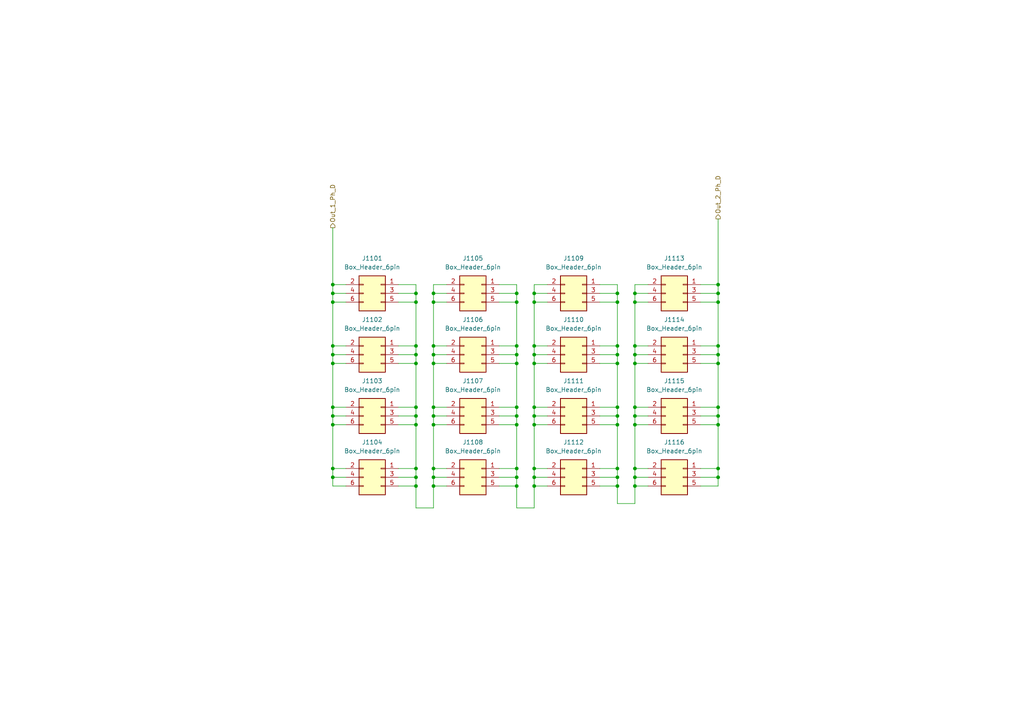
<source format=kicad_sch>
(kicad_sch (version 20250114) (generator "eeschema") (generator_version "9.0")
  (paper "A4")
  (lib_symbols
    (symbol "MYLIB_Misc:Box_Header_6pin" (pin_names (hide yes))
      (property "Reference" "J" (at 0 8.89 0))
      (property "Value" "Box_Header_6pin" (at 0 6.858 0))
      (symbol "Box_Header_6pin_1_1"
        (rectangle (start -3.81 5.08) (end 3.81 -5.08) (stroke (width 0.254)) (fill (type background)))
        (rectangle (start -3.81 2.667) (end -2.54 2.413) (stroke (width 0.1524)))
        (rectangle (start -3.81 0.127) (end -2.54 -0.127) (stroke (width 0.1524)))
        (rectangle (start -3.81 -2.413) (end -2.54 -2.667) (stroke (width 0.1524)))
        (rectangle (start 3.81 2.667) (end 2.54 2.413) (stroke (width 0.1524)))
        (rectangle (start 3.81 0.127) (end 2.54 -0.127) (stroke (width 0.1524)))
        (rectangle (start 3.81 -2.413) (end 2.54 -2.667) (stroke (width 0.1524)))
        (pin passive line (at -7.62 2.54 0) (length 3.81) (name "Pin_1") (number "1"))
        (pin passive line (at -7.62 0 0) (length 3.81) (name "Pin_3") (number "3"))
        (pin passive line (at -7.62 -2.54 0) (length 3.81) (name "Pin_5") (number "5"))
        (pin passive line (at 7.62 2.54 180) (length 3.81) (name "Pin_2") (number "2"))
        (pin passive line (at 7.62 0 180) (length 3.81) (name "Pin_4") (number "4"))
        (pin passive line (at 7.62 -2.54 180) (length 3.81) (name "Pin_6") (number "6"))
      )
    )
  )
  (junction (at 179.07 100.33))
  (junction (at 208.28 123.19))
  (junction (at 149.86 87.63))
  (junction (at 149.86 118.11))
  (junction (at 154.94 120.65))
  (junction (at 154.94 123.19))
  (junction (at 96.52 105.41))
  (junction (at 184.15 118.11))
  (junction (at 208.28 105.41))
  (junction (at 125.73 135.89))
  (junction (at 96.52 120.65))
  (junction (at 125.73 120.65))
  (junction (at 120.65 85.09))
  (junction (at 184.15 105.41))
  (junction (at 125.73 100.33))
  (junction (at 184.15 102.87))
  (junction (at 120.65 140.97))
  (junction (at 149.86 85.09))
  (junction (at 184.15 100.33))
  (junction (at 149.86 100.33))
  (junction (at 120.65 135.89))
  (junction (at 96.52 135.89))
  (junction (at 154.94 105.41))
  (junction (at 120.65 105.41))
  (junction (at 125.73 85.09))
  (junction (at 179.07 85.09))
  (junction (at 120.65 100.33))
  (junction (at 149.86 135.89))
  (junction (at 179.07 138.43))
  (junction (at 96.52 82.55))
  (junction (at 96.52 85.09))
  (junction (at 120.65 102.87))
  (junction (at 120.65 87.63))
  (junction (at 184.15 120.65))
  (junction (at 208.28 118.11))
  (junction (at 96.52 87.63))
  (junction (at 208.28 135.89))
  (junction (at 149.86 102.87))
  (junction (at 125.73 105.41))
  (junction (at 154.94 138.43))
  (junction (at 125.73 138.43))
  (junction (at 208.28 85.09))
  (junction (at 125.73 102.87))
  (junction (at 208.28 120.65))
  (junction (at 149.86 105.41))
  (junction (at 154.94 87.63))
  (junction (at 179.07 118.11))
  (junction (at 120.65 123.19))
  (junction (at 179.07 135.89))
  (junction (at 96.52 100.33))
  (junction (at 208.28 82.55))
  (junction (at 179.07 120.65))
  (junction (at 208.28 138.43))
  (junction (at 208.28 100.33))
  (junction (at 96.52 102.87))
  (junction (at 96.52 123.19))
  (junction (at 120.65 120.65))
  (junction (at 154.94 140.97))
  (junction (at 208.28 102.87))
  (junction (at 179.07 102.87))
  (junction (at 208.28 87.63))
  (junction (at 149.86 138.43))
  (junction (at 125.73 123.19))
  (junction (at 149.86 140.97))
  (junction (at 179.07 105.41))
  (junction (at 184.15 85.09))
  (junction (at 179.07 140.97))
  (junction (at 96.52 118.11))
  (junction (at 125.73 118.11))
  (junction (at 120.65 138.43))
  (junction (at 179.07 87.63))
  (junction (at 184.15 87.63))
  (junction (at 154.94 102.87))
  (junction (at 125.73 140.97))
  (junction (at 96.52 138.43))
  (junction (at 154.94 100.33))
  (junction (at 184.15 135.89))
  (junction (at 154.94 85.09))
  (junction (at 154.94 135.89))
  (junction (at 179.07 123.19))
  (junction (at 125.73 87.63))
  (junction (at 184.15 138.43))
  (junction (at 184.15 140.97))
  (junction (at 120.65 118.11))
  (junction (at 184.15 123.19))
  (junction (at 154.94 118.11))
  (junction (at 149.86 123.19))
  (junction (at 149.86 120.65))
  (wire (pts (xy 203.2 87.63) (xy 208.28 87.63)))
  (wire (pts (xy 184.15 82.55) (xy 187.96 82.55)))
  (wire (pts (xy 184.15 138.43) (xy 187.96 138.43)))
  (wire (pts (xy 149.86 123.19) (xy 149.86 135.89)))
  (wire (pts (xy 120.65 102.87) (xy 120.65 105.41)))
  (wire (pts (xy 96.52 100.33) (xy 96.52 87.63)))
  (wire (pts (xy 96.52 118.11) (xy 96.52 105.41)))
  (wire (pts (xy 208.28 82.55) (xy 203.2 82.55)))
  (wire (pts (xy 187.96 120.65) (xy 184.15 120.65)))
  (wire (pts (xy 187.96 135.89) (xy 184.15 135.89)))
  (wire (pts (xy 154.94 140.97) (xy 154.94 147.32)))
  (wire (pts (xy 184.15 138.43) (xy 184.15 140.97)))
  (wire (pts (xy 96.52 102.87) (xy 96.52 100.33)))
  (wire (pts (xy 96.52 118.11) (xy 96.52 120.65)))
  (wire (pts (xy 96.52 66.04) (xy 96.52 82.55)))
  (wire (pts (xy 149.86 85.09) (xy 149.86 82.55)))
  (wire (pts (xy 184.15 85.09) (xy 184.15 87.63)))
  (wire (pts (xy 184.15 135.89) (xy 184.15 138.43)))
  (wire (pts (xy 179.07 146.05) (xy 184.15 146.05)))
  (wire (pts (xy 115.57 138.43) (xy 120.65 138.43)))
  (wire (pts (xy 173.99 100.33) (xy 179.07 100.33)))
  (wire (pts (xy 100.33 102.87) (xy 96.52 102.87)))
  (wire (pts (xy 184.15 118.11) (xy 184.15 120.65)))
  (wire (pts (xy 173.99 135.89) (xy 179.07 135.89)))
  (wire (pts (xy 129.54 85.09) (xy 125.73 85.09)))
  (wire (pts (xy 158.75 85.09) (xy 154.94 85.09)))
  (wire (pts (xy 125.73 105.41) (xy 125.73 102.87)))
  (wire (pts (xy 184.15 105.41) (xy 184.15 102.87)))
  (wire (pts (xy 149.86 140.97) (xy 149.86 147.32)))
  (wire (pts (xy 125.73 135.89) (xy 125.73 138.43)))
  (wire (pts (xy 144.78 123.19) (xy 149.86 123.19)))
  (wire (pts (xy 187.96 85.09) (xy 184.15 85.09)))
  (wire (pts (xy 96.52 120.65) (xy 96.52 123.19)))
  (wire (pts (xy 203.2 105.41) (xy 208.28 105.41)))
  (wire (pts (xy 144.78 135.89) (xy 149.86 135.89)))
  (wire (pts (xy 154.94 120.65) (xy 154.94 123.19)))
  (wire (pts (xy 96.52 105.41) (xy 96.52 102.87)))
  (wire (pts (xy 125.73 118.11) (xy 125.73 105.41)))
  (wire (pts (xy 158.75 140.97) (xy 154.94 140.97)))
  (wire (pts (xy 203.2 140.97) (xy 208.28 140.97)))
  (wire (pts (xy 149.86 87.63) (xy 149.86 100.33)))
  (wire (pts (xy 154.94 100.33) (xy 154.94 87.63)))
  (wire (pts (xy 115.57 135.89) (xy 120.65 135.89)))
  (wire (pts (xy 179.07 138.43) (xy 179.07 140.97)))
  (wire (pts (xy 203.2 102.87) (xy 208.28 102.87)))
  (wire (pts (xy 100.33 105.41) (xy 96.52 105.41)))
  (wire (pts (xy 149.86 100.33) (xy 149.86 102.87)))
  (wire (pts (xy 144.78 105.41) (xy 149.86 105.41)))
  (wire (pts (xy 125.73 140.97) (xy 125.73 147.32)))
  (wire (pts (xy 96.52 135.89) (xy 96.52 138.43)))
  (wire (pts (xy 154.94 105.41) (xy 154.94 102.87)))
  (wire (pts (xy 173.99 120.65) (xy 179.07 120.65)))
  (wire (pts (xy 149.86 138.43) (xy 149.86 140.97)))
  (wire (pts (xy 129.54 135.89) (xy 125.73 135.89)))
  (wire (pts (xy 154.94 85.09) (xy 154.94 87.63)))
  (wire (pts (xy 96.52 138.43) (xy 96.52 140.97)))
  (wire (pts (xy 125.73 138.43) (xy 125.73 140.97)))
  (wire (pts (xy 149.86 118.11) (xy 149.86 120.65)))
  (wire (pts (xy 120.65 118.11) (xy 120.65 105.41)))
  (wire (pts (xy 129.54 87.63) (xy 125.73 87.63)))
  (wire (pts (xy 149.86 118.11) (xy 149.86 105.41)))
  (wire (pts (xy 120.65 147.32) (xy 125.73 147.32)))
  (wire (pts (xy 203.2 123.19) (xy 208.28 123.19)))
  (wire (pts (xy 154.94 118.11) (xy 154.94 120.65)))
  (wire (pts (xy 179.07 123.19) (xy 179.07 135.89)))
  (wire (pts (xy 184.15 118.11) (xy 184.15 105.41)))
  (wire (pts (xy 129.54 102.87) (xy 125.73 102.87)))
  (wire (pts (xy 203.2 85.09) (xy 208.28 85.09)))
  (wire (pts (xy 208.28 118.11) (xy 208.28 120.65)))
  (wire (pts (xy 129.54 123.19) (xy 125.73 123.19)))
  (wire (pts (xy 179.07 135.89) (xy 179.07 138.43)))
  (wire (pts (xy 129.54 105.41) (xy 125.73 105.41)))
  (wire (pts (xy 173.99 140.97) (xy 179.07 140.97)))
  (wire (pts (xy 129.54 118.11) (xy 125.73 118.11)))
  (wire (pts (xy 173.99 118.11) (xy 179.07 118.11)))
  (wire (pts (xy 208.28 100.33) (xy 208.28 102.87)))
  (wire (pts (xy 208.28 120.65) (xy 208.28 123.19)))
  (wire (pts (xy 120.65 120.65) (xy 120.65 123.19)))
  (wire (pts (xy 158.75 100.33) (xy 154.94 100.33)))
  (wire (pts (xy 125.73 102.87) (xy 125.73 100.33)))
  (wire (pts (xy 144.78 140.97) (xy 149.86 140.97)))
  (wire (pts (xy 179.07 120.65) (xy 179.07 123.19)))
  (wire (pts (xy 100.33 100.33) (xy 96.52 100.33)))
  (wire (pts (xy 100.33 120.65) (xy 96.52 120.65)))
  (wire (pts (xy 115.57 140.97) (xy 120.65 140.97)))
  (wire (pts (xy 179.07 85.09) (xy 179.07 82.55)))
  (wire (pts (xy 144.78 118.11) (xy 149.86 118.11)))
  (wire (pts (xy 149.86 82.55) (xy 144.78 82.55)))
  (wire (pts (xy 187.96 105.41) (xy 184.15 105.41)))
  (wire (pts (xy 96.52 85.09) (xy 96.52 87.63)))
  (wire (pts (xy 149.86 147.32) (xy 154.94 147.32)))
  (wire (pts (xy 184.15 146.05) (xy 184.15 140.97)))
  (wire (pts (xy 173.99 105.41) (xy 179.07 105.41)))
  (wire (pts (xy 125.73 118.11) (xy 125.73 120.65)))
  (wire (pts (xy 184.15 120.65) (xy 184.15 123.19)))
  (wire (pts (xy 184.15 135.89) (xy 184.15 123.19)))
  (wire (pts (xy 208.28 63.5) (xy 208.28 82.55)))
  (wire (pts (xy 173.99 85.09) (xy 179.07 85.09)))
  (wire (pts (xy 179.07 140.97) (xy 179.07 146.05)))
  (wire (pts (xy 115.57 118.11) (xy 120.65 118.11)))
  (wire (pts (xy 179.07 87.63) (xy 179.07 100.33)))
  (wire (pts (xy 149.86 85.09) (xy 149.86 87.63)))
  (wire (pts (xy 203.2 138.43) (xy 208.28 138.43)))
  (wire (pts (xy 129.54 120.65) (xy 125.73 120.65)))
  (wire (pts (xy 179.07 100.33) (xy 179.07 102.87)))
  (wire (pts (xy 158.75 135.89) (xy 154.94 135.89)))
  (wire (pts (xy 208.28 85.09) (xy 208.28 87.63)))
  (wire (pts (xy 187.96 140.97) (xy 184.15 140.97)))
  (wire (pts (xy 120.65 135.89) (xy 120.65 138.43)))
  (wire (pts (xy 115.57 85.09) (xy 120.65 85.09)))
  (wire (pts (xy 203.2 135.89) (xy 208.28 135.89)))
  (wire (pts (xy 179.07 102.87) (xy 179.07 105.41)))
  (wire (pts (xy 125.73 100.33) (xy 125.73 87.63)))
  (wire (pts (xy 144.78 120.65) (xy 149.86 120.65)))
  (wire (pts (xy 115.57 105.41) (xy 120.65 105.41)))
  (wire (pts (xy 96.52 138.43) (xy 100.33 138.43)))
  (wire (pts (xy 154.94 138.43) (xy 154.94 140.97)))
  (wire (pts (xy 115.57 120.65) (xy 120.65 120.65)))
  (wire (pts (xy 144.78 102.87) (xy 149.86 102.87)))
  (wire (pts (xy 208.28 138.43) (xy 208.28 140.97)))
  (wire (pts (xy 173.99 123.19) (xy 179.07 123.19)))
  (wire (pts (xy 100.33 135.89) (xy 96.52 135.89)))
  (wire (pts (xy 179.07 118.11) (xy 179.07 105.41)))
  (wire (pts (xy 208.28 87.63) (xy 208.28 100.33)))
  (wire (pts (xy 208.28 118.11) (xy 208.28 105.41)))
  (wire (pts (xy 125.73 135.89) (xy 125.73 123.19)))
  (wire (pts (xy 120.65 85.09) (xy 120.65 82.55)))
  (wire (pts (xy 120.65 118.11) (xy 120.65 120.65)))
  (wire (pts (xy 154.94 135.89) (xy 154.94 138.43)))
  (wire (pts (xy 149.86 102.87) (xy 149.86 105.41)))
  (wire (pts (xy 96.52 82.55) (xy 100.33 82.55)))
  (wire (pts (xy 115.57 102.87) (xy 120.65 102.87)))
  (wire (pts (xy 125.73 120.65) (xy 125.73 123.19)))
  (wire (pts (xy 129.54 140.97) (xy 125.73 140.97)))
  (wire (pts (xy 96.52 82.55) (xy 96.52 85.09)))
  (wire (pts (xy 120.65 100.33) (xy 120.65 102.87)))
  (wire (pts (xy 187.96 100.33) (xy 184.15 100.33)))
  (wire (pts (xy 100.33 85.09) (xy 96.52 85.09)))
  (wire (pts (xy 158.75 105.41) (xy 154.94 105.41)))
  (wire (pts (xy 173.99 138.43) (xy 179.07 138.43)))
  (wire (pts (xy 120.65 82.55) (xy 115.57 82.55)))
  (wire (pts (xy 158.75 123.19) (xy 154.94 123.19)))
  (wire (pts (xy 144.78 85.09) (xy 149.86 85.09)))
  (wire (pts (xy 203.2 118.11) (xy 208.28 118.11)))
  (wire (pts (xy 187.96 87.63) (xy 184.15 87.63)))
  (wire (pts (xy 208.28 85.09) (xy 208.28 82.55)))
  (wire (pts (xy 115.57 100.33) (xy 120.65 100.33)))
  (wire (pts (xy 115.57 123.19) (xy 120.65 123.19)))
  (wire (pts (xy 158.75 102.87) (xy 154.94 102.87)))
  (wire (pts (xy 120.65 138.43) (xy 120.65 140.97)))
  (wire (pts (xy 96.52 135.89) (xy 96.52 123.19)))
  (wire (pts (xy 208.28 123.19) (xy 208.28 135.89)))
  (wire (pts (xy 129.54 100.33) (xy 125.73 100.33)))
  (wire (pts (xy 203.2 100.33) (xy 208.28 100.33)))
  (wire (pts (xy 154.94 82.55) (xy 158.75 82.55)))
  (wire (pts (xy 208.28 135.89) (xy 208.28 138.43)))
  (wire (pts (xy 184.15 100.33) (xy 184.15 87.63)))
  (wire (pts (xy 203.2 120.65) (xy 208.28 120.65)))
  (wire (pts (xy 184.15 82.55) (xy 184.15 85.09)))
  (wire (pts (xy 179.07 82.55) (xy 173.99 82.55)))
  (wire (pts (xy 173.99 87.63) (xy 179.07 87.63)))
  (wire (pts (xy 120.65 123.19) (xy 120.65 135.89)))
  (wire (pts (xy 115.57 87.63) (xy 120.65 87.63)))
  (wire (pts (xy 158.75 118.11) (xy 154.94 118.11)))
  (wire (pts (xy 208.28 102.87) (xy 208.28 105.41)))
  (wire (pts (xy 144.78 100.33) (xy 149.86 100.33)))
  (wire (pts (xy 158.75 120.65) (xy 154.94 120.65)))
  (wire (pts (xy 125.73 82.55) (xy 129.54 82.55)))
  (wire (pts (xy 120.65 140.97) (xy 120.65 147.32)))
  (wire (pts (xy 187.96 102.87) (xy 184.15 102.87)))
  (wire (pts (xy 154.94 135.89) (xy 154.94 123.19)))
  (wire (pts (xy 100.33 87.63) (xy 96.52 87.63)))
  (wire (pts (xy 184.15 102.87) (xy 184.15 100.33)))
  (wire (pts (xy 154.94 118.11) (xy 154.94 105.41)))
  (wire (pts (xy 100.33 123.19) (xy 96.52 123.19)))
  (wire (pts (xy 154.94 102.87) (xy 154.94 100.33)))
  (wire (pts (xy 179.07 85.09) (xy 179.07 87.63)))
  (wire (pts (xy 173.99 102.87) (xy 179.07 102.87)))
  (wire (pts (xy 100.33 140.97) (xy 96.52 140.97)))
  (wire (pts (xy 187.96 123.19) (xy 184.15 123.19)))
  (wire (pts (xy 144.78 87.63) (xy 149.86 87.63)))
  (wire (pts (xy 125.73 85.09) (xy 125.73 87.63)))
  (wire (pts (xy 154.94 82.55) (xy 154.94 85.09)))
  (wire (pts (xy 125.73 82.55) (xy 125.73 85.09)))
  (wire (pts (xy 144.78 138.43) (xy 149.86 138.43)))
  (wire (pts (xy 187.96 118.11) (xy 184.15 118.11)))
  (wire (pts (xy 100.33 118.11) (xy 96.52 118.11)))
  (wire (pts (xy 120.65 85.09) (xy 120.65 87.63)))
  (wire (pts (xy 158.75 87.63) (xy 154.94 87.63)))
  (wire (pts (xy 149.86 120.65) (xy 149.86 123.19)))
  (wire (pts (xy 154.94 138.43) (xy 158.75 138.43)))
  (wire (pts (xy 125.73 138.43) (xy 129.54 138.43)))
  (wire (pts (xy 179.07 118.11) (xy 179.07 120.65)))
  (wire (pts (xy 120.65 87.63) (xy 120.65 100.33)))
  (wire (pts (xy 149.86 135.89) (xy 149.86 138.43)))
  (hierarchical_label "Out_2_Ph_D" (shape output) (at 208.28 63.5 90))
  (hierarchical_label "Out_1_Ph_D" (shape output) (at 96.52 66.04 90))
  (symbol (lib_id "MYLIB_Misc:Box_Header_6pin") (at 195.58 138.43 0) (mirror y) (unit 1)
    (property "Reference" "J1116" (at 195.58 128.27 0))
    (property "Value" "Box_Header_6pin" (at 195.58 130.81 0))
    (property "Footprint" "Connector_IDC:IDC-Header_2x03_P2.54mm_Vertical" (effects (hide yes)))
    (property "Datasheet" "https://www.reichelt.de/de/de/shop/produkt/wannenstecker_6-polig_gewinkelt-105978" (effects (hide yes)))
    (property "Description" "Wannenstecker 6pin, THT Vertikal" (effects (hide yes)))
  )
  (symbol (lib_id "MYLIB_Misc:Box_Header_6pin") (at 195.58 120.65 0) (mirror y) (unit 1)
    (property "Reference" "J1115" (at 195.58 110.49 0))
    (property "Value" "Box_Header_6pin" (at 195.58 113.03 0))
    (property "Footprint" "Connector_IDC:IDC-Header_2x03_P2.54mm_Vertical" (effects (hide yes)))
    (property "Datasheet" "https://www.reichelt.de/de/de/shop/produkt/wannenstecker_6-polig_gewinkelt-105978" (effects (hide yes)))
    (property "Description" "Wannenstecker 6pin, THT Vertikal" (effects (hide yes)))
  )
  (symbol (lib_id "MYLIB_Misc:Box_Header_6pin") (at 137.16 102.87 0) (mirror y) (unit 1)
    (property "Reference" "J1106" (at 137.16 92.71 0))
    (property "Value" "Box_Header_6pin" (at 137.16 95.25 0))
    (property "Footprint" "Connector_IDC:IDC-Header_2x03_P2.54mm_Vertical" (effects (hide yes)))
    (property "Datasheet" "https://www.reichelt.de/de/de/shop/produkt/wannenstecker_6-polig_gewinkelt-105978" (effects (hide yes)))
    (property "Description" "Wannenstecker 6pin, THT Vertikal" (effects (hide yes)))
  )
  (symbol (lib_id "MYLIB_Misc:Box_Header_6pin") (at 137.16 120.65 0) (mirror y) (unit 1)
    (property "Reference" "J1107" (at 137.16 110.49 0))
    (property "Value" "Box_Header_6pin" (at 137.16 113.03 0))
    (property "Footprint" "Connector_IDC:IDC-Header_2x03_P2.54mm_Vertical" (effects (hide yes)))
    (property "Datasheet" "https://www.reichelt.de/de/de/shop/produkt/wannenstecker_6-polig_gewinkelt-105978" (effects (hide yes)))
    (property "Description" "Wannenstecker 6pin, THT Vertikal" (effects (hide yes)))
  )
  (symbol (lib_id "MYLIB_Misc:Box_Header_6pin") (at 195.58 85.09 0) (mirror y) (unit 1)
    (property "Reference" "J1113" (at 195.58 74.93 0))
    (property "Value" "Box_Header_6pin" (at 195.58 77.47 0))
    (property "Footprint" "Connector_IDC:IDC-Header_2x03_P2.54mm_Vertical" (effects (hide yes)))
    (property "Datasheet" "https://www.reichelt.de/de/de/shop/produkt/wannenstecker_6-polig_gewinkelt-105978" (effects (hide yes)))
    (property "Description" "Wannenstecker 6pin, THT Vertikal" (effects (hide yes)))
  )
  (symbol (lib_id "MYLIB_Misc:Box_Header_6pin") (at 166.37 138.43 0) (mirror y) (unit 1)
    (property "Reference" "J1112" (at 166.37 128.27 0))
    (property "Value" "Box_Header_6pin" (at 166.37 130.81 0))
    (property "Footprint" "Connector_IDC:IDC-Header_2x03_P2.54mm_Vertical" (effects (hide yes)))
    (property "Datasheet" "https://www.reichelt.de/de/de/shop/produkt/wannenstecker_6-polig_gewinkelt-105978" (effects (hide yes)))
    (property "Description" "Wannenstecker 6pin, THT Vertikal" (effects (hide yes)))
  )
  (symbol (lib_id "MYLIB_Misc:Box_Header_6pin") (at 166.37 102.87 0) (mirror y) (unit 1)
    (property "Reference" "J1110" (at 166.37 92.71 0))
    (property "Value" "Box_Header_6pin" (at 166.37 95.25 0))
    (property "Footprint" "Connector_IDC:IDC-Header_2x03_P2.54mm_Vertical" (effects (hide yes)))
    (property "Datasheet" "https://www.reichelt.de/de/de/shop/produkt/wannenstecker_6-polig_gewinkelt-105978" (effects (hide yes)))
    (property "Description" "Wannenstecker 6pin, THT Vertikal" (effects (hide yes)))
  )
  (symbol (lib_id "MYLIB_Misc:Box_Header_6pin") (at 166.37 85.09 0) (mirror y) (unit 1)
    (property "Reference" "J1109" (at 166.37 74.93 0))
    (property "Value" "Box_Header_6pin" (at 166.37 77.47 0))
    (property "Footprint" "Connector_IDC:IDC-Header_2x03_P2.54mm_Vertical" (effects (hide yes)))
    (property "Datasheet" "https://www.reichelt.de/de/de/shop/produkt/wannenstecker_6-polig_gewinkelt-105978" (effects (hide yes)))
    (property "Description" "Wannenstecker 6pin, THT Vertikal" (effects (hide yes)))
  )
  (symbol (lib_id "MYLIB_Misc:Box_Header_6pin") (at 107.95 120.65 0) (mirror y) (unit 1)
    (property "Reference" "J1103" (at 107.95 110.49 0))
    (property "Value" "Box_Header_6pin" (at 107.95 113.03 0))
    (property "Footprint" "Connector_IDC:IDC-Header_2x03_P2.54mm_Vertical" (effects (hide yes)))
    (property "Datasheet" "https://www.reichelt.de/de/de/shop/produkt/wannenstecker_6-polig_gewinkelt-105978" (effects (hide yes)))
    (property "Description" "Wannenstecker 6pin, THT Vertikal" (effects (hide yes)))
  )
  (symbol (lib_id "MYLIB_Misc:Box_Header_6pin") (at 107.95 138.43 0) (mirror y) (unit 1)
    (property "Reference" "J1104" (at 107.95 128.27 0))
    (property "Value" "Box_Header_6pin" (at 107.95 130.81 0))
    (property "Footprint" "Connector_IDC:IDC-Header_2x03_P2.54mm_Vertical" (effects (hide yes)))
    (property "Datasheet" "https://www.reichelt.de/de/de/shop/produkt/wannenstecker_6-polig_gewinkelt-105978" (effects (hide yes)))
    (property "Description" "Wannenstecker 6pin, THT Vertikal" (effects (hide yes)))
  )
  (symbol (lib_id "MYLIB_Misc:Box_Header_6pin") (at 137.16 138.43 0) (mirror y) (unit 1)
    (property "Reference" "J1108" (at 137.16 128.27 0))
    (property "Value" "Box_Header_6pin" (at 137.16 130.81 0))
    (property "Footprint" "Connector_IDC:IDC-Header_2x03_P2.54mm_Vertical" (effects (hide yes)))
    (property "Datasheet" "https://www.reichelt.de/de/de/shop/produkt/wannenstecker_6-polig_gewinkelt-105978" (effects (hide yes)))
    (property "Description" "Wannenstecker 6pin, THT Vertikal" (effects (hide yes)))
  )
  (symbol (lib_id "MYLIB_Misc:Box_Header_6pin") (at 137.16 85.09 0) (mirror y) (unit 1)
    (property "Reference" "J1105" (at 137.16 74.93 0))
    (property "Value" "Box_Header_6pin" (at 137.16 77.47 0))
    (property "Footprint" "Connector_IDC:IDC-Header_2x03_P2.54mm_Vertical" (effects (hide yes)))
    (property "Datasheet" "https://www.reichelt.de/de/de/shop/produkt/wannenstecker_6-polig_gewinkelt-105978" (effects (hide yes)))
    (property "Description" "Wannenstecker 6pin, THT Vertikal" (effects (hide yes)))
  )
  (symbol (lib_id "MYLIB_Misc:Box_Header_6pin") (at 107.95 102.87 0) (mirror y) (unit 1)
    (property "Reference" "J1102" (at 107.95 92.71 0))
    (property "Value" "Box_Header_6pin" (at 107.95 95.25 0))
    (property "Footprint" "Connector_IDC:IDC-Header_2x03_P2.54mm_Vertical" (effects (hide yes)))
    (property "Datasheet" "https://www.reichelt.de/de/de/shop/produkt/wannenstecker_6-polig_gewinkelt-105978" (effects (hide yes)))
    (property "Description" "Wannenstecker 6pin, THT Vertikal" (effects (hide yes)))
  )
  (symbol (lib_id "MYLIB_Misc:Box_Header_6pin") (at 107.95 85.09 0) (mirror y) (unit 1)
    (property "Reference" "J1101" (at 107.95 74.93 0))
    (property "Value" "Box_Header_6pin" (at 107.95 77.47 0))
    (property "Footprint" "Connector_IDC:IDC-Header_2x03_P2.54mm_Vertical" (effects (hide yes)))
    (property "Datasheet" "https://www.reichelt.de/de/de/shop/produkt/wannenstecker_6-polig_gewinkelt-105978" (effects (hide yes)))
    (property "Description" "Wannenstecker 6pin, THT Vertikal" (effects (hide yes)))
  )
  (symbol (lib_id "MYLIB_Misc:Box_Header_6pin") (at 166.37 120.65 0) (mirror y) (unit 1)
    (property "Reference" "J1111" (at 166.37 110.49 0))
    (property "Value" "Box_Header_6pin" (at 166.37 113.03 0))
    (property "Footprint" "Connector_IDC:IDC-Header_2x03_P2.54mm_Vertical" (effects (hide yes)))
    (property "Datasheet" "https://www.reichelt.de/de/de/shop/produkt/wannenstecker_6-polig_gewinkelt-105978" (effects (hide yes)))
    (property "Description" "Wannenstecker 6pin, THT Vertikal" (effects (hide yes)))
  )
  (symbol (lib_id "MYLIB_Misc:Box_Header_6pin") (at 195.58 102.87 0) (mirror y) (unit 1)
    (property "Reference" "J1114" (at 195.58 92.71 0))
    (property "Value" "Box_Header_6pin" (at 195.58 95.25 0))
    (property "Footprint" "Connector_IDC:IDC-Header_2x03_P2.54mm_Vertical" (effects (hide yes)))
    (property "Datasheet" "https://www.reichelt.de/de/de/shop/produkt/wannenstecker_6-polig_gewinkelt-105978" (effects (hide yes)))
    (property "Description" "Wannenstecker 6pin, THT Vertikal" (effects (hide yes)))
  )
)
</source>
